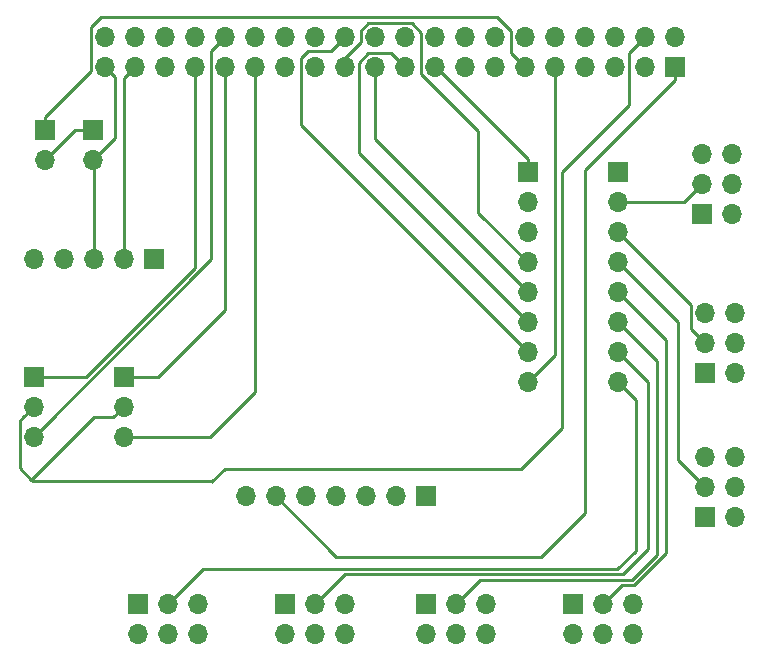
<source format=gbr>
G04 #@! TF.GenerationSoftware,KiCad,Pcbnew,(5.1.0)-1*
G04 #@! TF.CreationDate,2019-11-04T20:34:32+09:00*
G04 #@! TF.ProjectId,PakeOtiKun,50616b65-4f74-4694-9b75-6e2e6b696361,1*
G04 #@! TF.SameCoordinates,Original*
G04 #@! TF.FileFunction,Copper,L2,Bot*
G04 #@! TF.FilePolarity,Positive*
%FSLAX46Y46*%
G04 Gerber Fmt 4.6, Leading zero omitted, Abs format (unit mm)*
G04 Created by KiCad (PCBNEW (5.1.0)-1) date 2019-11-04 20:34:32*
%MOMM*%
%LPD*%
G04 APERTURE LIST*
%ADD10R,1.700000X1.700000*%
%ADD11O,1.700000X1.700000*%
%ADD12C,0.250000*%
G04 APERTURE END LIST*
D10*
X163576000Y-101346000D03*
D11*
X166116000Y-101346000D03*
X163576000Y-98806000D03*
X166116000Y-98806000D03*
X163576000Y-96266000D03*
X166116000Y-96266000D03*
D10*
X116916200Y-91694000D03*
D11*
X114376200Y-91694000D03*
X111836200Y-91694000D03*
X109296200Y-91694000D03*
X106756200Y-91694000D03*
D10*
X139954000Y-111760000D03*
D11*
X137414000Y-111760000D03*
X134874000Y-111760000D03*
X132334000Y-111760000D03*
X129794000Y-111760000D03*
X127254000Y-111760000D03*
X124714000Y-111760000D03*
X166116000Y-108458000D03*
X163576000Y-108458000D03*
X166116000Y-110998000D03*
X163576000Y-110998000D03*
X166116000Y-113538000D03*
D10*
X163576000Y-113538000D03*
X152400000Y-120904000D03*
D11*
X152400000Y-123444000D03*
X154940000Y-120904000D03*
X154940000Y-123444000D03*
X157480000Y-120904000D03*
X157480000Y-123444000D03*
X145034000Y-123444000D03*
X145034000Y-120904000D03*
X142494000Y-123444000D03*
X142494000Y-120904000D03*
X139954000Y-123444000D03*
D10*
X139954000Y-120904000D03*
X128016000Y-120904000D03*
D11*
X128016000Y-123444000D03*
X130556000Y-120904000D03*
X130556000Y-123444000D03*
X133096000Y-120904000D03*
X133096000Y-123444000D03*
X120650000Y-123444000D03*
X120650000Y-120904000D03*
X118110000Y-123444000D03*
X118110000Y-120904000D03*
X115570000Y-123444000D03*
D10*
X115570000Y-120904000D03*
D11*
X165862000Y-82804000D03*
X163322000Y-82804000D03*
X165862000Y-85344000D03*
X163322000Y-85344000D03*
X165862000Y-87884000D03*
D10*
X163322000Y-87884000D03*
X111734600Y-80772000D03*
D11*
X111734600Y-83312000D03*
X107696000Y-83312000D03*
D10*
X107696000Y-80772000D03*
D11*
X155956000Y-72898000D03*
X158496000Y-75438000D03*
X143256000Y-75438000D03*
X143256000Y-72898000D03*
X158496000Y-72898000D03*
X155956000Y-75438000D03*
X161036000Y-72898000D03*
D10*
X161036000Y-75438000D03*
D11*
X133096000Y-75438000D03*
X133096000Y-72898000D03*
X148336000Y-75438000D03*
X148336000Y-72898000D03*
X128016000Y-75438000D03*
X128016000Y-72898000D03*
X145796000Y-75438000D03*
X145796000Y-72898000D03*
X150876000Y-75438000D03*
X150876000Y-72898000D03*
X138176000Y-75438000D03*
X138176000Y-72898000D03*
X115316000Y-75438000D03*
X115316000Y-72898000D03*
X120396000Y-75438000D03*
X120396000Y-72898000D03*
X117856000Y-75438000D03*
X117856000Y-72898000D03*
X140716000Y-75438000D03*
X140716000Y-72898000D03*
X122936000Y-75438000D03*
X122936000Y-72898000D03*
X153416000Y-75438000D03*
X153416000Y-72898000D03*
X125476000Y-75438000D03*
X125476000Y-72898000D03*
X135636000Y-75438000D03*
X135636000Y-72898000D03*
X130556000Y-75438000D03*
X130556000Y-72898000D03*
X112776000Y-75438000D03*
X112776000Y-72898000D03*
D10*
X106730800Y-101650800D03*
D11*
X106730800Y-104190800D03*
X106730800Y-106730800D03*
X114350800Y-104190800D03*
D10*
X114350800Y-101650800D03*
D11*
X114350800Y-106730800D03*
X148590000Y-86868000D03*
X148590000Y-99568000D03*
D10*
X148590000Y-84328000D03*
D11*
X148590000Y-94488000D03*
X148590000Y-97028000D03*
X148590000Y-102108000D03*
X148590000Y-89408000D03*
X148590000Y-91948000D03*
X156210000Y-102108000D03*
X156210000Y-99568000D03*
X156210000Y-97028000D03*
X156210000Y-94488000D03*
X156210000Y-91948000D03*
X156210000Y-89408000D03*
X156210000Y-86868000D03*
D10*
X156210000Y-84328000D03*
D12*
X110236000Y-80772000D02*
X107696000Y-83312000D01*
X111734600Y-80772000D02*
X110236000Y-80772000D01*
X147160999Y-74262999D02*
X147160999Y-72333999D01*
X107696000Y-79672000D02*
X107696000Y-80772000D01*
X148336000Y-75438000D02*
X147160999Y-74262999D01*
X147160999Y-72333999D02*
X146002010Y-71175010D01*
X146002010Y-71175010D02*
X112441590Y-71175010D01*
X112441590Y-71175010D02*
X111600999Y-72015601D01*
X111600999Y-75767001D02*
X107696000Y-79672000D01*
X111600999Y-72015601D02*
X111600999Y-75767001D01*
X161036000Y-75438000D02*
X161036000Y-76538000D01*
X161036000Y-76538000D02*
X153449200Y-84124800D01*
X153449200Y-113149200D02*
X149733000Y-116865400D01*
X153449200Y-84124800D02*
X153449200Y-113149200D01*
X132359400Y-116865400D02*
X127254000Y-111760000D01*
X149733000Y-116865400D02*
X132359400Y-116865400D01*
X150876000Y-98806000D02*
X150876000Y-75438000D01*
X150876000Y-99822000D02*
X150876000Y-98806000D01*
X148590000Y-102108000D02*
X150876000Y-99822000D01*
X122910600Y-109423200D02*
X121825001Y-110508799D01*
X157131001Y-74262999D02*
X157131001Y-78617197D01*
X157131001Y-78617197D02*
X151460200Y-84287998D01*
X151460200Y-84287998D02*
X151460200Y-105994200D01*
X151460200Y-105994200D02*
X148031200Y-109423200D01*
X121825001Y-110508799D02*
X121825001Y-110584999D01*
X158496000Y-72898000D02*
X157131001Y-74262999D01*
X148031200Y-109423200D02*
X122910600Y-109423200D01*
X121825001Y-110508799D02*
X106673399Y-110508799D01*
X105880801Y-105040799D02*
X106730800Y-104190800D01*
X105555799Y-105365801D02*
X105880801Y-105040799D01*
X105555799Y-109391199D02*
X105555799Y-105365801D01*
X111875201Y-105040799D02*
X106540300Y-110375700D01*
X113500801Y-105040799D02*
X111875201Y-105040799D01*
X114350800Y-104190800D02*
X113500801Y-105040799D01*
X106673399Y-110508799D02*
X106540300Y-110375700D01*
X106540300Y-110375700D02*
X105555799Y-109391199D01*
X139540999Y-72523997D02*
X139540999Y-76002001D01*
X139540999Y-76002001D02*
X144387198Y-80848200D01*
X133096000Y-75438000D02*
X133096000Y-74637002D01*
X134460999Y-73272003D02*
X134460999Y-72333999D01*
X133096000Y-74637002D02*
X134460999Y-73272003D01*
X134460999Y-72333999D02*
X135071999Y-71722999D01*
X135071999Y-71722999D02*
X138740001Y-71722999D01*
X138740001Y-71722999D02*
X139540999Y-72523997D01*
X144387198Y-87745198D02*
X148590000Y-91948000D01*
X144387198Y-80848200D02*
X144387198Y-87745198D01*
X132246001Y-73747999D02*
X133096000Y-72898000D01*
X131920999Y-74073001D02*
X132246001Y-73747999D01*
X129991999Y-74073001D02*
X131920999Y-74073001D01*
X129380999Y-74684001D02*
X129991999Y-74073001D01*
X129380999Y-80358999D02*
X129380999Y-74684001D01*
X148590000Y-99568000D02*
X129380999Y-80358999D01*
X137326001Y-74588001D02*
X138176000Y-75438000D01*
X137000999Y-74262999D02*
X137326001Y-74588001D01*
X135071999Y-74262999D02*
X137000999Y-74262999D01*
X134271001Y-75063997D02*
X135071999Y-74262999D01*
X134271001Y-82709001D02*
X134271001Y-75063997D01*
X148590000Y-97028000D02*
X134271001Y-82709001D01*
X114376200Y-76377800D02*
X115316000Y-75438000D01*
X114376200Y-91694000D02*
X114376200Y-76377800D01*
X111174390Y-101650800D02*
X106730800Y-101650800D01*
X120396000Y-75438000D02*
X120396000Y-92429190D01*
X120396000Y-92429190D02*
X111174390Y-101650800D01*
X140800000Y-75438000D02*
X140716000Y-75438000D01*
X148590000Y-83228000D02*
X140800000Y-75438000D01*
X148590000Y-84328000D02*
X148590000Y-83228000D01*
X115450800Y-101650800D02*
X114350800Y-101650800D01*
X117299022Y-101650800D02*
X115450800Y-101650800D01*
X122936000Y-96013822D02*
X117299022Y-101650800D01*
X122936000Y-75438000D02*
X122936000Y-96013822D01*
X122936000Y-72898000D02*
X121760999Y-74073001D01*
X121760999Y-91700601D02*
X106730800Y-106730800D01*
X121760999Y-74073001D02*
X121760999Y-91700601D01*
X121666000Y-106730800D02*
X114350800Y-106730800D01*
X125476000Y-75438000D02*
X125476000Y-102920800D01*
X125476000Y-102920800D02*
X121666000Y-106730800D01*
X135636000Y-81534000D02*
X148590000Y-94488000D01*
X135636000Y-75438000D02*
X135636000Y-81534000D01*
X161798000Y-86868000D02*
X163322000Y-85344000D01*
X156210000Y-86868000D02*
X161798000Y-86868000D01*
X162726001Y-97956001D02*
X163576000Y-98806000D01*
X162400999Y-97630999D02*
X162726001Y-97956001D01*
X162400999Y-95598999D02*
X162400999Y-97630999D01*
X156210000Y-89408000D02*
X162400999Y-95598999D01*
X161290000Y-108712000D02*
X163576000Y-110998000D01*
X156210000Y-91948000D02*
X161290000Y-97028000D01*
X161290000Y-97028000D02*
X161290000Y-108712000D01*
X156210000Y-94488000D02*
X160274000Y-98552000D01*
X160274000Y-98552000D02*
X160274000Y-116586000D01*
X155789999Y-120054001D02*
X154940000Y-120904000D01*
X156565011Y-119278989D02*
X155789999Y-120054001D01*
X157581011Y-119278989D02*
X156565011Y-119278989D01*
X160274000Y-116586000D02*
X157581011Y-119278989D01*
X144569021Y-118828979D02*
X142494000Y-120904000D01*
X157394611Y-118828979D02*
X144569021Y-118828979D01*
X159512000Y-116711590D02*
X157394611Y-118828979D01*
X156210000Y-97028000D02*
X159512000Y-100330000D01*
X159512000Y-100330000D02*
X159512000Y-116711590D01*
X156210000Y-99568000D02*
X158750000Y-102108000D01*
X158750000Y-102108000D02*
X158750000Y-116255800D01*
X131405999Y-120054001D02*
X130556000Y-120904000D01*
X133081031Y-118378969D02*
X131405999Y-120054001D01*
X156626831Y-118378969D02*
X133081031Y-118378969D01*
X158750000Y-116255800D02*
X156626831Y-118378969D01*
X121085041Y-117928959D02*
X118110000Y-120904000D01*
X156162441Y-117928959D02*
X121085041Y-117928959D01*
X157734000Y-116357400D02*
X156162441Y-117928959D01*
X156210000Y-102108000D02*
X157734000Y-103632000D01*
X157734000Y-103632000D02*
X157734000Y-116357400D01*
X111836200Y-83413600D02*
X111734600Y-83312000D01*
X111836200Y-91694000D02*
X111836200Y-83413600D01*
X112584599Y-82462001D02*
X111734600Y-83312000D01*
X113625999Y-81420601D02*
X112584599Y-82462001D01*
X112776000Y-75438000D02*
X113625999Y-76287999D01*
X113625999Y-76287999D02*
X113625999Y-81420601D01*
M02*

</source>
